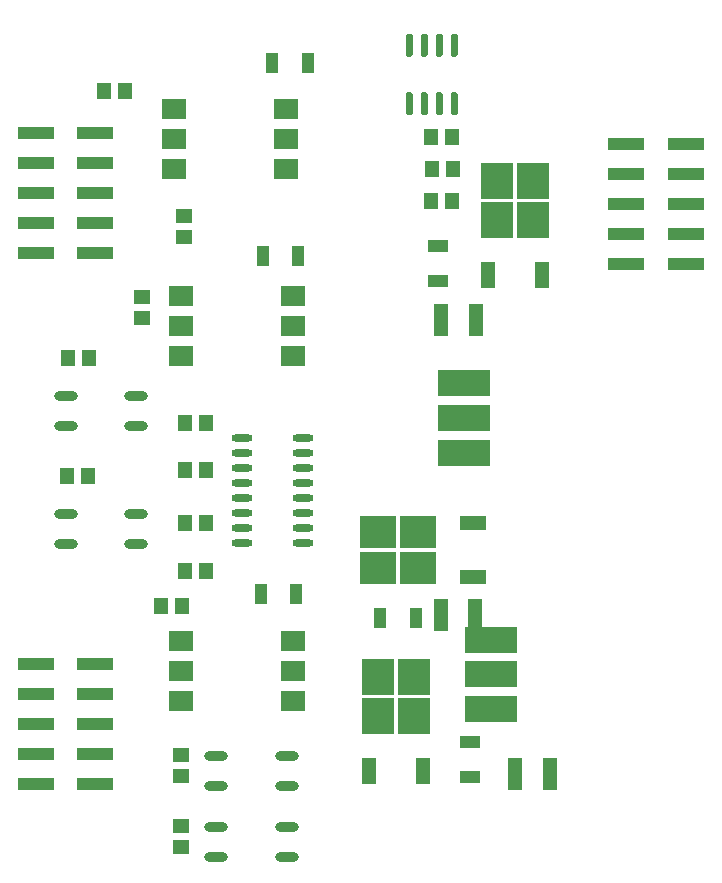
<source format=gbr>
%TF.GenerationSoftware,KiCad,Pcbnew,(5.1.10)-1*%
%TF.CreationDate,2022-06-02T12:59:49+08:00*%
%TF.ProjectId,motor_control,6d6f746f-725f-4636-9f6e-74726f6c2e6b,rev?*%
%TF.SameCoordinates,Original*%
%TF.FileFunction,Paste,Top*%
%TF.FilePolarity,Positive*%
%FSLAX46Y46*%
G04 Gerber Fmt 4.6, Leading zero omitted, Abs format (unit mm)*
G04 Created by KiCad (PCBNEW (5.1.10)-1) date 2022-06-02 12:59:49*
%MOMM*%
%LPD*%
G01*
G04 APERTURE LIST*
%ADD10R,1.800000X1.130000*%
%ADD11R,1.130000X1.800000*%
%ADD12R,1.160000X2.720000*%
%ADD13R,4.400000X2.200000*%
%ADD14R,3.050000X2.750000*%
%ADD15R,2.200000X1.200000*%
%ADD16R,2.750000X3.050000*%
%ADD17R,1.200000X2.200000*%
%ADD18O,1.800000X0.600000*%
%ADD19R,2.000000X1.780000*%
%ADD20O,2.000000X0.800000*%
%ADD21R,1.160000X1.470000*%
%ADD22R,1.470000X1.160000*%
%ADD23R,3.150000X1.000000*%
G04 APERTURE END LIST*
D10*
%TO.C,R13*%
X40750000Y10510000D03*
X40750000Y13490000D03*
%TD*%
D11*
%TO.C,R9*%
X33160000Y24000000D03*
X36140000Y24000000D03*
%TD*%
D10*
%TO.C,R8*%
X38000000Y52500000D03*
X38000000Y55480000D03*
%TD*%
D12*
%TO.C,C6*%
X47500000Y10750000D03*
X44550000Y10750000D03*
%TD*%
%TO.C,C5*%
X41200000Y24250000D03*
X38250000Y24250000D03*
%TD*%
%TO.C,C4*%
X41225000Y49250000D03*
X38275000Y49250000D03*
%TD*%
D13*
%TO.C,Q2B1*%
X42500000Y22150000D03*
X42500000Y19210000D03*
X42500000Y16270000D03*
%TD*%
%TO.C,Q1B1*%
X40250000Y43850000D03*
X40250000Y40910000D03*
X40250000Y37970000D03*
%TD*%
D14*
%TO.C,Q2*%
X36325000Y31275000D03*
X32975000Y28225000D03*
X36325000Y28225000D03*
X32975000Y31275000D03*
D15*
X40950000Y32030000D03*
X40950000Y27470000D03*
%TD*%
D16*
%TO.C,Q3*%
X36025000Y15675000D03*
X32975000Y19025000D03*
X32975000Y15675000D03*
X36025000Y19025000D03*
D17*
X36780000Y11050000D03*
X32220000Y11050000D03*
%TD*%
D11*
%TO.C,R19*%
X26190000Y54650000D03*
X23210000Y54650000D03*
%TD*%
%TO.C,R18*%
X25990000Y26000000D03*
X23010000Y26000000D03*
%TD*%
%TO.C,R17*%
X26990000Y71000000D03*
X24010000Y71000000D03*
%TD*%
D16*
%TO.C,Q1*%
X46050000Y57650000D03*
X43000000Y61000000D03*
X43000000Y57650000D03*
X46050000Y61000000D03*
D17*
X46805000Y53025000D03*
X42245000Y53025000D03*
%TD*%
%TO.C,U9*%
G36*
G01*
X39255000Y68500000D02*
X39555000Y68500000D01*
G75*
G02*
X39705000Y68350000I0J-150000D01*
G01*
X39705000Y66700000D01*
G75*
G02*
X39555000Y66550000I-150000J0D01*
G01*
X39255000Y66550000D01*
G75*
G02*
X39105000Y66700000I0J150000D01*
G01*
X39105000Y68350000D01*
G75*
G02*
X39255000Y68500000I150000J0D01*
G01*
G37*
G36*
G01*
X37985000Y68500000D02*
X38285000Y68500000D01*
G75*
G02*
X38435000Y68350000I0J-150000D01*
G01*
X38435000Y66700000D01*
G75*
G02*
X38285000Y66550000I-150000J0D01*
G01*
X37985000Y66550000D01*
G75*
G02*
X37835000Y66700000I0J150000D01*
G01*
X37835000Y68350000D01*
G75*
G02*
X37985000Y68500000I150000J0D01*
G01*
G37*
G36*
G01*
X36715000Y68500000D02*
X37015000Y68500000D01*
G75*
G02*
X37165000Y68350000I0J-150000D01*
G01*
X37165000Y66700000D01*
G75*
G02*
X37015000Y66550000I-150000J0D01*
G01*
X36715000Y66550000D01*
G75*
G02*
X36565000Y66700000I0J150000D01*
G01*
X36565000Y68350000D01*
G75*
G02*
X36715000Y68500000I150000J0D01*
G01*
G37*
G36*
G01*
X35445000Y68500000D02*
X35745000Y68500000D01*
G75*
G02*
X35895000Y68350000I0J-150000D01*
G01*
X35895000Y66700000D01*
G75*
G02*
X35745000Y66550000I-150000J0D01*
G01*
X35445000Y66550000D01*
G75*
G02*
X35295000Y66700000I0J150000D01*
G01*
X35295000Y68350000D01*
G75*
G02*
X35445000Y68500000I150000J0D01*
G01*
G37*
G36*
G01*
X35445000Y73450000D02*
X35745000Y73450000D01*
G75*
G02*
X35895000Y73300000I0J-150000D01*
G01*
X35895000Y71650000D01*
G75*
G02*
X35745000Y71500000I-150000J0D01*
G01*
X35445000Y71500000D01*
G75*
G02*
X35295000Y71650000I0J150000D01*
G01*
X35295000Y73300000D01*
G75*
G02*
X35445000Y73450000I150000J0D01*
G01*
G37*
G36*
G01*
X36715000Y73450000D02*
X37015000Y73450000D01*
G75*
G02*
X37165000Y73300000I0J-150000D01*
G01*
X37165000Y71650000D01*
G75*
G02*
X37015000Y71500000I-150000J0D01*
G01*
X36715000Y71500000D01*
G75*
G02*
X36565000Y71650000I0J150000D01*
G01*
X36565000Y73300000D01*
G75*
G02*
X36715000Y73450000I150000J0D01*
G01*
G37*
G36*
G01*
X37985000Y73450000D02*
X38285000Y73450000D01*
G75*
G02*
X38435000Y73300000I0J-150000D01*
G01*
X38435000Y71650000D01*
G75*
G02*
X38285000Y71500000I-150000J0D01*
G01*
X37985000Y71500000D01*
G75*
G02*
X37835000Y71650000I0J150000D01*
G01*
X37835000Y73300000D01*
G75*
G02*
X37985000Y73450000I150000J0D01*
G01*
G37*
G36*
G01*
X39255000Y73450000D02*
X39555000Y73450000D01*
G75*
G02*
X39705000Y73300000I0J-150000D01*
G01*
X39705000Y71650000D01*
G75*
G02*
X39555000Y71500000I-150000J0D01*
G01*
X39255000Y71500000D01*
G75*
G02*
X39105000Y71650000I0J150000D01*
G01*
X39105000Y73300000D01*
G75*
G02*
X39255000Y73450000I150000J0D01*
G01*
G37*
%TD*%
D18*
%TO.C,U8*%
X26600000Y39195000D03*
X26600000Y37925000D03*
X26600000Y36655000D03*
X26600000Y35385000D03*
X26600000Y34115000D03*
X26600000Y32845000D03*
X26600000Y31575000D03*
X26600000Y30305000D03*
X21400000Y30305000D03*
X21400000Y31575000D03*
X21400000Y32845000D03*
X21400000Y34115000D03*
X21400000Y35385000D03*
X21400000Y36655000D03*
X21400000Y37925000D03*
X21400000Y39195000D03*
%TD*%
D19*
%TO.C,U7*%
X25165000Y67040000D03*
X15635000Y61960000D03*
X25165000Y64500000D03*
X15635000Y64500000D03*
X25165000Y61960000D03*
X15635000Y67040000D03*
%TD*%
D20*
%TO.C,U6*%
X25250000Y6270000D03*
X25250000Y3730000D03*
X19250000Y3730000D03*
X19250000Y6270000D03*
%TD*%
%TO.C,U5*%
X25250000Y12270000D03*
X25250000Y9730000D03*
X19250000Y9730000D03*
X19250000Y12270000D03*
%TD*%
D19*
%TO.C,U4*%
X25765000Y22040000D03*
X16235000Y16960000D03*
X25765000Y19500000D03*
X16235000Y19500000D03*
X25765000Y16960000D03*
X16235000Y22040000D03*
%TD*%
D20*
%TO.C,U3*%
X12500000Y32770000D03*
X12500000Y30230000D03*
X6500000Y30230000D03*
X6500000Y32770000D03*
%TD*%
%TO.C,U2*%
X12500000Y42770000D03*
X12500000Y40230000D03*
X6500000Y40230000D03*
X6500000Y42770000D03*
%TD*%
D19*
%TO.C,U1*%
X25765000Y51290000D03*
X16235000Y46210000D03*
X25765000Y48750000D03*
X16235000Y48750000D03*
X25765000Y46210000D03*
X16235000Y51290000D03*
%TD*%
D21*
%TO.C,R20*%
X39280000Y62000000D03*
X37500000Y62000000D03*
%TD*%
%TO.C,R14*%
X18390000Y28000000D03*
X16610000Y28000000D03*
%TD*%
%TO.C,R12*%
X18390000Y32000000D03*
X16610000Y32000000D03*
%TD*%
%TO.C,R11*%
X18390000Y36500000D03*
X16610000Y36500000D03*
%TD*%
%TO.C,R10*%
X18390000Y40500000D03*
X16610000Y40500000D03*
%TD*%
D22*
%TO.C,R7*%
X16500000Y58000000D03*
X16500000Y56220000D03*
%TD*%
%TO.C,R6*%
X16250000Y6390000D03*
X16250000Y4610000D03*
%TD*%
%TO.C,R5*%
X16250000Y12390000D03*
X16250000Y10610000D03*
%TD*%
D21*
%TO.C,R4*%
X16390000Y25000000D03*
X14610000Y25000000D03*
%TD*%
%TO.C,R3*%
X8390000Y36000000D03*
X6610000Y36000000D03*
%TD*%
%TO.C,R2*%
X8500000Y46000000D03*
X6720000Y46000000D03*
%TD*%
D22*
%TO.C,R1*%
X13000000Y49360000D03*
X13000000Y51140000D03*
%TD*%
D23*
%TO.C,J7*%
X9025000Y54920000D03*
X3975000Y54920000D03*
X9025000Y57460000D03*
X3975000Y57460000D03*
X9025000Y60000000D03*
X3975000Y60000000D03*
X9025000Y62540000D03*
X3975000Y62540000D03*
X9025000Y65080000D03*
X3975000Y65080000D03*
%TD*%
%TO.C,J6*%
X9025000Y9920000D03*
X3975000Y9920000D03*
X9025000Y12460000D03*
X3975000Y12460000D03*
X9025000Y15000000D03*
X3975000Y15000000D03*
X9025000Y17540000D03*
X3975000Y17540000D03*
X9025000Y20080000D03*
X3975000Y20080000D03*
%TD*%
%TO.C,J5*%
X59025000Y53920000D03*
X53975000Y53920000D03*
X59025000Y56460000D03*
X53975000Y56460000D03*
X59025000Y59000000D03*
X53975000Y59000000D03*
X59025000Y61540000D03*
X53975000Y61540000D03*
X59025000Y64080000D03*
X53975000Y64080000D03*
%TD*%
D21*
%TO.C,C3*%
X11490000Y68600000D03*
X9710000Y68600000D03*
%TD*%
%TO.C,C2*%
X39190000Y64700000D03*
X37410000Y64700000D03*
%TD*%
%TO.C,C1*%
X39190000Y59300000D03*
X37410000Y59300000D03*
%TD*%
M02*

</source>
